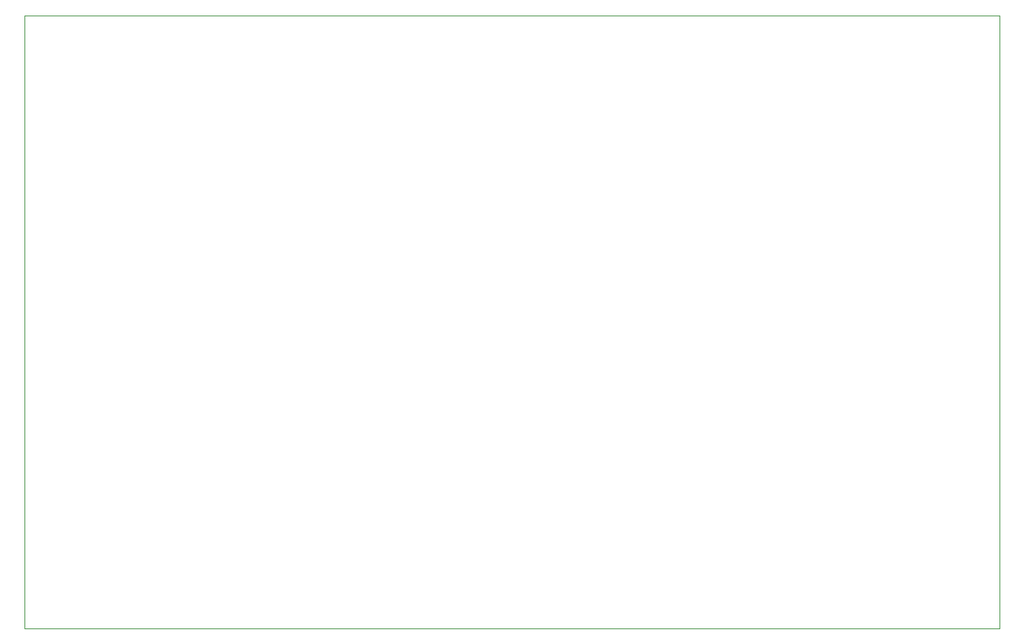
<source format=gm1>
G04 #@! TF.GenerationSoftware,KiCad,Pcbnew,7.0.2-6a45011f42~172~ubuntu22.04.1*
G04 #@! TF.CreationDate,2023-07-04T12:46:50+08:00*
G04 #@! TF.ProjectId,panel_10_1,70616e65-6c5f-4313-905f-312e6b696361,rev?*
G04 #@! TF.SameCoordinates,Original*
G04 #@! TF.FileFunction,Profile,NP*
%FSLAX46Y46*%
G04 Gerber Fmt 4.6, Leading zero omitted, Abs format (unit mm)*
G04 Created by KiCad (PCBNEW 7.0.2-6a45011f42~172~ubuntu22.04.1) date 2023-07-04 12:46:50*
%MOMM*%
%LPD*%
G01*
G04 APERTURE LIST*
G04 #@! TA.AperFunction,Profile*
%ADD10C,0.100000*%
G04 #@! TD*
G04 APERTURE END LIST*
D10*
X111190000Y0D02*
X111190000Y0D01*
X0Y-35000000D02*
X0Y-39000000D01*
X0Y-23000000D02*
X0Y-27000000D01*
X0Y-47000000D02*
X0Y-51000000D01*
X111190000Y-55200000D02*
X111190000Y-55000000D01*
X0Y-19000000D02*
X0Y-23000000D01*
X111190000Y-15000000D02*
X111190000Y-14800000D01*
X111190000Y-55000000D02*
X111190000Y-51000000D01*
X111190000Y-14800000D02*
X111190000Y0D01*
X111190000Y-35000000D02*
X111190000Y-31000000D01*
X111190000Y-43000000D02*
X111190000Y-39000000D01*
X0Y-39000000D02*
X0Y-43000000D01*
X0Y-14800000D02*
X0Y-15000000D01*
X111190000Y-19000000D02*
X111190000Y-15000000D01*
X0Y-55000000D02*
X0Y-55200000D01*
X0Y-27000000D02*
X0Y-31000000D01*
X111190000Y0D02*
X0Y0D01*
X111190000Y-39000000D02*
X111190000Y-35000000D01*
X111190000Y-27000000D02*
X111190000Y-23000000D01*
X111190000Y-51000000D02*
X111190000Y-47000000D01*
X0Y0D02*
X0Y-14800000D01*
X111190000Y-31000000D02*
X111190000Y-27000000D01*
X111190000Y-47000000D02*
X111190000Y-43000000D01*
X111190000Y-70000000D02*
X111190000Y-55200000D01*
X111190000Y-23000000D02*
X111190000Y-19000000D01*
X0Y-55200000D02*
X0Y-70000000D01*
X0Y-51000000D02*
X0Y-55000000D01*
X0Y-15000000D02*
X0Y-19000000D01*
X0Y-43000000D02*
X0Y-47000000D01*
X0Y-70000000D02*
X111190000Y-70000000D01*
X0Y-31000000D02*
X0Y-35000000D01*
M02*

</source>
